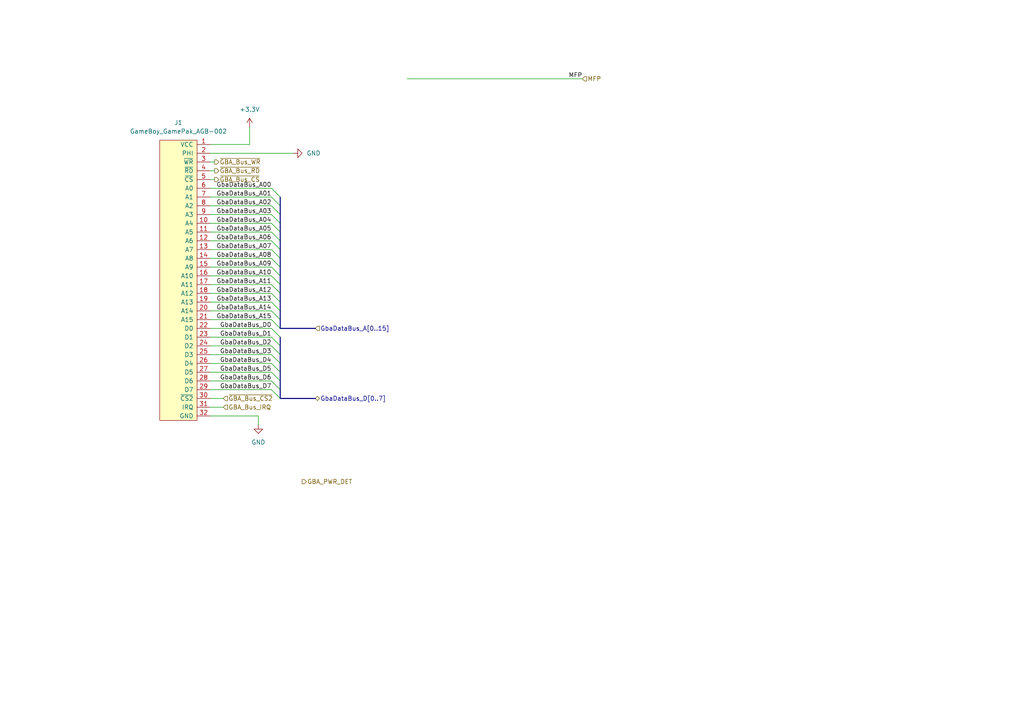
<source format=kicad_sch>
(kicad_sch (version 20231120) (generator "eeschema") (generator_version "8.0")
  (paper "A4")
  (lib_symbols
    (symbol "Connector_GameBoy:GameBoy_GamePak_AGB-002" (pin_names (offset 1.016))
      (property "Reference" "J" (at -1.27 41.91 0))
      (property "Value" "GameBoy_GamePak_AGB-002" (at -5.08 -42.545 0))
      (symbol "GameBoy_GamePak_AGB-002_0_1"
        (rectangle (start 0 40.64) (end -10.795 -40.64) (fill (type background)))
      )
      (symbol "GameBoy_GamePak_AGB-002_1_1"
        (pin passive line (at 3.81 39.37 180) (length 3.81) (name "VCC") (number "1"))
        (pin passive line (at 3.81 16.51 180) (length 3.81) (name "A4") (number "10"))
        (pin passive line (at 3.81 13.97 180) (length 3.81) (name "A5") (number "11"))
        (pin passive line (at 3.81 11.43 180) (length 3.81) (name "A6") (number "12"))
        (pin passive line (at 3.81 8.89 180) (length 3.81) (name "A7") (number "13"))
        (pin passive line (at 3.81 6.35 180) (length 3.81) (name "A8") (number "14"))
        (pin passive line (at 3.81 3.81 180) (length 3.81) (name "A9") (number "15"))
        (pin passive line (at 3.81 1.27 180) (length 3.81) (name "A10") (number "16"))
        (pin passive line (at 3.81 -1.27 180) (length 3.81) (name "A11") (number "17"))
        (pin passive line (at 3.81 -3.81 180) (length 3.81) (name "A12") (number "18"))
        (pin passive line (at 3.81 -6.35 180) (length 3.81) (name "A13") (number "19"))
        (pin passive line (at 3.81 36.83 180) (length 3.81) (name "PHI") (number "2"))
        (pin passive line (at 3.81 -8.89 180) (length 3.81) (name "A14") (number "20"))
        (pin passive line (at 3.81 -11.43 180) (length 3.81) (name "A15") (number "21"))
        (pin passive line (at 3.81 -13.97 180) (length 3.81) (name "D0") (number "22"))
        (pin passive line (at 3.81 -16.51 180) (length 3.81) (name "D1") (number "23"))
        (pin passive line (at 3.81 -19.05 180) (length 3.81) (name "D2") (number "24"))
        (pin passive line (at 3.81 -21.59 180) (length 3.81) (name "D3") (number "25"))
        (pin passive line (at 3.81 -24.13 180) (length 3.81) (name "D4") (number "26"))
        (pin passive line (at 3.81 -26.67 180) (length 3.81) (name "D5") (number "27"))
        (pin passive line (at 3.81 -29.21 180) (length 3.81) (name "D6") (number "28"))
        (pin passive line (at 3.81 -31.75 180) (length 3.81) (name "D7") (number "29"))
        (pin passive line (at 3.81 34.29 180) (length 3.81) (name "~{WR}") (number "3"))
        (pin passive line (at 3.81 -34.29 180) (length 3.81) (name "~{CS2}") (number "30"))
        (pin passive line (at 3.81 -36.83 180) (length 3.81) (name "IRQ") (number "31"))
        (pin passive line (at 3.81 -39.37 180) (length 3.81) (name "GND") (number "32"))
        (pin passive line (at 3.81 31.75 180) (length 3.81) (name "~{RD}") (number "4"))
        (pin passive line (at 3.81 29.21 180) (length 3.81) (name "~{CS}") (number "5"))
        (pin passive line (at 3.81 26.67 180) (length 3.81) (name "A0") (number "6"))
        (pin passive line (at 3.81 24.13 180) (length 3.81) (name "A1") (number "7"))
        (pin passive line (at 3.81 21.59 180) (length 3.81) (name "A2") (number "8"))
        (pin passive line (at 3.81 19.05 180) (length 3.81) (name "A3") (number "9"))
      )
    )
    (symbol "power:+3.3V" (power) (pin_numbers hide) (pin_names (offset 0) hide)
      (property "Value" "+3.3V" (at 0 3.556 0))
      (symbol "+3.3V_0_1"
        (polyline (pts (xy -0.762 1.27) (xy 0 2.54)))
        (polyline (pts (xy 0 0) (xy 0 2.54)))
        (polyline (pts (xy 0 2.54) (xy 0.762 1.27)))
      )
      (symbol "+3.3V_1_1"
        (pin power_in line (at 0 0 90) (length 0) (name "~") (number "1"))
      )
    )
    (symbol "power:GND" (power) (pin_numbers hide) (pin_names (offset 0) hide)
      (property "Value" "GND" (at 0 -3.81 0))
      (symbol "GND_0_1"
        (polyline (pts (xy 0 0) (xy 0 -1.27) (xy 1.27 -1.27) (xy 0 -2.54) (xy -1.27 -1.27) (xy 0 -1.27)))
      )
      (symbol "GND_1_1"
        (pin power_in line (at 0 0 270) (length 0) (name "~") (number "1"))
      )
    )
  )
  (bus_entry (at 78.74 102.87) (size 2.54 2.54))
  (bus_entry (at 78.74 59.69) (size 2.54 2.54))
  (bus_entry (at 78.74 57.15) (size 2.54 2.54))
  (bus_entry (at 78.74 92.71) (size 2.54 2.54))
  (bus_entry (at 78.74 72.39) (size 2.54 2.54))
  (bus_entry (at 78.74 54.61) (size 2.54 2.54))
  (bus_entry (at 78.74 74.93) (size 2.54 2.54))
  (bus_entry (at 78.74 67.31) (size 2.54 2.54))
  (bus_entry (at 78.74 105.41) (size 2.54 2.54))
  (bus_entry (at 78.74 97.79) (size 2.54 2.54))
  (bus_entry (at 78.74 113.03) (size 2.54 2.54))
  (bus_entry (at 78.74 100.33) (size 2.54 2.54))
  (bus_entry (at 78.74 107.95) (size 2.54 2.54))
  (bus_entry (at 78.74 95.25) (size 2.54 2.54))
  (bus_entry (at 78.74 69.85) (size 2.54 2.54))
  (bus_entry (at 78.74 77.47) (size 2.54 2.54))
  (bus_entry (at 78.74 90.17) (size 2.54 2.54))
  (bus_entry (at 78.74 110.49) (size 2.54 2.54))
  (bus_entry (at 78.74 85.09) (size 2.54 2.54))
  (bus_entry (at 78.74 62.23) (size 2.54 2.54))
  (bus_entry (at 78.74 80.01) (size 2.54 2.54))
  (bus_entry (at 78.74 82.55) (size 2.54 2.54))
  (bus_entry (at 78.74 87.63) (size 2.54 2.54))
  (bus_entry (at 78.74 64.77) (size 2.54 2.54))
  (wire (pts (xy 60.96 115.57) (xy 64.77 115.57)))
  (bus (pts (xy 81.28 59.69) (xy 81.28 62.23)))
  (bus (pts (xy 81.28 100.33) (xy 81.28 102.87)))
  (wire (pts (xy 60.96 100.33) (xy 78.74 100.33)))
  (bus (pts (xy 81.28 90.17) (xy 81.28 92.71)))
  (wire (pts (xy 60.96 41.91) (xy 72.39 41.91)))
  (wire (pts (xy 60.96 90.17) (xy 78.74 90.17)))
  (bus (pts (xy 81.28 95.25) (xy 91.44 95.25)))
  (bus (pts (xy 81.28 62.23) (xy 81.28 64.77)))
  (wire (pts (xy 60.96 72.39) (xy 78.74 72.39)))
  (wire (pts (xy 60.96 87.63) (xy 78.74 87.63)))
  (wire (pts (xy 60.96 120.65) (xy 74.93 120.65)))
  (bus (pts (xy 81.28 72.39) (xy 81.28 74.93)))
  (wire (pts (xy 60.96 67.31) (xy 78.74 67.31)))
  (wire (pts (xy 60.96 80.01) (xy 78.74 80.01)))
  (wire (pts (xy 60.96 69.85) (xy 78.74 69.85)))
  (wire (pts (xy 118.11 22.86) (xy 168.91 22.86)))
  (wire (pts (xy 60.96 52.07) (xy 62.23 52.07)))
  (bus (pts (xy 81.28 105.41) (xy 81.28 107.95)))
  (bus (pts (xy 81.28 67.31) (xy 81.28 69.85)))
  (bus (pts (xy 81.28 92.71) (xy 81.28 95.25)))
  (wire (pts (xy 60.96 102.87) (xy 78.74 102.87)))
  (wire (pts (xy 60.96 105.41) (xy 78.74 105.41)))
  (wire (pts (xy 60.96 110.49) (xy 78.74 110.49)))
  (wire (pts (xy 60.96 95.25) (xy 78.74 95.25)))
  (bus (pts (xy 81.28 74.93) (xy 81.28 77.47)))
  (bus (pts (xy 81.28 64.77) (xy 81.28 67.31)))
  (wire (pts (xy 72.39 41.91) (xy 72.39 36.83)))
  (wire (pts (xy 60.96 57.15) (xy 78.74 57.15)))
  (wire (pts (xy 60.96 92.71) (xy 78.74 92.71)))
  (bus (pts (xy 81.28 115.57) (xy 91.44 115.57)))
  (wire (pts (xy 60.96 49.53) (xy 62.23 49.53)))
  (wire (pts (xy 60.96 44.45) (xy 85.09 44.45)))
  (wire (pts (xy 60.96 64.77) (xy 78.74 64.77)))
  (bus (pts (xy 81.28 80.01) (xy 81.28 82.55)))
  (wire (pts (xy 60.96 113.03) (xy 78.74 113.03)))
  (bus (pts (xy 81.28 97.79) (xy 81.28 100.33)))
  (bus (pts (xy 81.28 82.55) (xy 81.28 85.09)))
  (wire (pts (xy 60.96 54.61) (xy 78.74 54.61)))
  (wire (pts (xy 60.96 74.93) (xy 78.74 74.93)))
  (wire (pts (xy 60.96 107.95) (xy 78.74 107.95)))
  (bus (pts (xy 81.28 113.03) (xy 81.28 115.57)))
  (wire (pts (xy 60.96 85.09) (xy 78.74 85.09)))
  (wire (pts (xy 60.96 97.79) (xy 78.74 97.79)))
  (bus (pts (xy 81.28 87.63) (xy 81.28 90.17)))
  (bus (pts (xy 81.28 85.09) (xy 81.28 87.63)))
  (wire (pts (xy 60.96 62.23) (xy 78.74 62.23)))
  (wire (pts (xy 60.96 77.47) (xy 78.74 77.47)))
  (wire (pts (xy 60.96 59.69) (xy 78.74 59.69)))
  (wire (pts (xy 60.96 118.11) (xy 64.77 118.11)))
  (bus (pts (xy 81.28 69.85) (xy 81.28 72.39)))
  (bus (pts (xy 81.28 77.47) (xy 81.28 80.01)))
  (bus (pts (xy 81.28 102.87) (xy 81.28 105.41)))
  (wire (pts (xy 74.93 120.65) (xy 74.93 123.19)))
  (bus (pts (xy 81.28 57.15) (xy 81.28 59.69)))
  (wire (pts (xy 60.96 46.99) (xy 62.23 46.99)))
  (bus (pts (xy 81.28 107.95) (xy 81.28 110.49)))
  (bus (pts (xy 81.28 110.49) (xy 81.28 113.03)))
  (wire (pts (xy 60.96 82.55) (xy 78.74 82.55)))
  (label "GbaDataBus_A14" (at 78.74 90.17 180))
  (label "GbaDataBus_D1" (at 78.74 97.79 180))
  (label "GbaDataBus_A08" (at 78.74 74.93 180))
  (label "GbaDataBus_A12" (at 78.74 85.09 180))
  (label "MFP" (at 168.91 22.86 180))
  (label "GbaDataBus_A11" (at 78.74 82.55 180))
  (label "GbaDataBus_A06" (at 78.74 69.85 180))
  (label "GbaDataBus_A15" (at 78.74 92.71 180))
  (label "GbaDataBus_A01" (at 78.74 57.15 180))
  (label "GbaDataBus_A02" (at 78.74 59.69 180))
  (label "GbaDataBus_A13" (at 78.74 87.63 180))
  (label "GbaDataBus_A07" (at 78.74 72.39 180))
  (label "GbaDataBus_D4" (at 78.74 105.41 180))
  (label "GbaDataBus_A04" (at 78.74 64.77 180))
  (label "GbaDataBus_A09" (at 78.74 77.47 180))
  (label "GbaDataBus_D0" (at 78.74 95.25 180))
  (label "GbaDataBus_D3" (at 78.74 102.87 180))
  (label "GbaDataBus_D2" (at 78.74 100.33 180))
  (label "GbaDataBus_A10" (at 78.74 80.01 180))
  (label "GbaDataBus_A05" (at 78.74 67.31 180))
  (label "GbaDataBus_D6" (at 78.74 110.49 180))
  (label "GbaDataBus_A00" (at 78.74 54.61 180))
  (label "GbaDataBus_D5" (at 78.74 107.95 180))
  (label "GbaDataBus_D7" (at 78.74 113.03 180))
  (label "GbaDataBus_A03" (at 78.74 62.23 180))
  (hierarchical_label "~{GBA_Bus_RD}" (shape output) (at 62.23 49.53 0))
  (hierarchical_label "GbaDataBus_D[0..7]" (shape bidirectional) (at 91.44 115.57 0))
  (hierarchical_label "MFP" (shape input) (at 168.91 22.86 0))
  (hierarchical_label "GBA_Bus_IRQ" (shape input) (at 64.77 118.11 0))
  (hierarchical_label "~{GBA_Bus_CS2}" (shape input) (at 64.77 115.57 0))
  (hierarchical_label "GBA_PWR_DET" (shape output) (at 87.63 139.7 0))
  (hierarchical_label "~{GBA_Bus_CS}" (shape output) (at 62.23 52.07 0))
  (hierarchical_label "GbaDataBus_A[0..15]" (shape input) (at 91.44 95.25 0))
  (hierarchical_label "~{GBA_Bus_WR}" (shape output) (at 62.23 46.99 0))
  (symbol (lib_id "power:+3.3V") (at 72.39 36.83 0) (unit 1)
    (property "Reference" "#PWR01" (effects (hide yes)))
    (property "Value" "+3.3V" (at 72.39 31.75 0))
    (property "Description" "Power symbol creates a global label with name \"+3.3V\"" (effects (hide yes)))
  )
  (symbol (lib_id "power:GND") (at 74.93 123.19 0) (unit 1)
    (property "Reference" "#PWR03" (effects (hide yes)))
    (property "Value" "GND" (at 74.93 128.27 0))
    (property "Description" "Power symbol creates a global label with name \"GND\" , ground" (effects (hide yes)))
  )
  (symbol (lib_id "Connector_GameBoy:GameBoy_GamePak_AGB-002") (at 57.15 81.28 0) (unit 1)
    (property "Reference" "J1" (at 51.7525 35.56 0))
    (property "Value" "GameBoy_GamePak_AGB-002" (at 51.7525 38.1 0))
    (property "Footprint" "Connector_GameBoy:GameBoy_GamePak_AGB-002_P1.50mm_Edge" (effects (hide yes)))
    (property "Description" "Game Boy Advance Game Pak edge connector" (effects (hide yes)))
  )
  (symbol (lib_id "power:GND") (at 85.09 44.45 90) (unit 1)
    (property "Reference" "#PWR02" (effects (hide yes)))
    (property "Value" "GND" (at 88.9 44.4499 90) (effects (justify right)))
    (property "Description" "Power symbol creates a global label with name \"GND\" , ground" (effects (hide yes)))
  )
)
</source>
